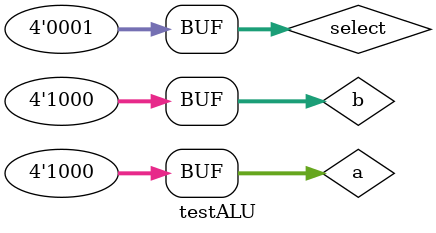
<source format=sv>
module testALU();
	parameter n = 4;
	logic [n-1:0] a, b;
	logic [n-1:0] select;
	logic [n-1:0] out;
	logic cout;
	logic negFlag;
	logic zeroFlag;
	
	ALU ALU(.a(a), .b(b), .select(select), .outMux(out), .Cout(cout), .NegFlag(negFlag), .zeroFlag(zeroFlag));
							
	initial begin
	
		//Prueba 1 de autochequeo de los 10 modulos con las entradas a y b
		a = 'b0000;
		b = 'b0001;
		
		select = 'b0000; //Suma
		#10;
		if(out !== 'b0001) $display("Suma 1 erronea.");
		
		select = 'b0010; //Resta
		#10;
		if(out !== 'b0001) $display("Resta 1 erronea.");
		
		select = 'b0011; //Multiplicacion
		#10;
		if(out !== 'b0000) $display("Multiplicacion 1 erronea.");
		
		select = 'b0100; //Division
		#10;
		if(out !== 'b0000) $display("Division 1 erronea.");
		
		select = 'b0101; //Modulo
		#10;
		if(out !== 'b0000) $display("Modulo 1 erroneo.");
		
		select = 'b0110; //and
		#10;
		if(out !== 'b0000) $display("and 1 erronea.");
		
		select = 'b0111; //or
		#10;
		if(out !== 'b0001) $display("or 1 erronea.");
		
		select = 'b1000; //xor
		#10;
		if(out !== 'b0001) $display("xor 1 erronea.");
		
		select = 'b1001; //shift left
		#10;
		if(out !== 'b0000) $display("shift left 1 erronea.");
		
		select = 'b1010; //shift right
		#10;
		if(out !== 'b0000) $display("shift right 1 erronea.");
		
		/////Fin prueba 1
		
		
		
		//Prueba 2 de autochequeo de los 10 modulos con las entradas a y b
		a = 'b0010;
		b = 'b0001;
		
		select = 'b0000; //Suma
		#10;
		if(out !== 'b0011) $display("Suma 2 erronea.");
		
		select = 'b0010; //Resta
		#10;
		if(out !== 'b0001) $display("Resta 2 erronea.");
		
		select = 'b0011; //Multiplicacion
		#10;
		if(out !== 'b0010) $display("Multiplicacion 2 erronea.");
		
		select = 'b0100; //Division
		#10;
		if(out !== 'b0010) $display("Division 2 erronea.");
		
		select = 'b0101; //Modulo
		#10;
		if(out !== 'b0000) $display("Modulo 2 erroneo.");
		
		select = 'b0110; //and
		#10;
		if(out !== 'b0000) $display("and 2 erronea.");
		
		select = 'b0111; //or
		#10;
		if(out !== 'b0011) $display("or 2 erronea.");
		
		select = 'b1000; //xor
		#10;
		if(out !== 'b0011) $display("xor 2 erronea.");
		
		select = 'b1001; //shift left
		#10;
		if(out !== 'b0100) $display("shift 2 left erronea.");
		
		select = 'b1010; //shift right
		#10;
		if(out !== 'b0001) $display("shift 2 right erronea.");
		
		/////Fin prueba 2
		
		//Prueba 3 de autochequeo de los 10 modulos con las entradas a y b
		a = 'b0010; //2 decimal
		b = 'b0100; //4 decimal
		
		select = 'b0000; //Suma
		#10;
		if(out !== 'b0110) $display("Suma 3 erronea.");
		
		select = 'b0010; //Resta
		#10;
		if(out !== 'b0010) $display("Resta 3 erronea.");
		
		select = 'b0011; //Multiplicacion
		#10;
		if(out !== 'b1000) $display("Multiplicacion 3 erronea.");
		
		select = 'b0100; //Division
		#10;
		if(out !== 'b0000) $display("Division 3 erronea.");
		
		select = 'b0101; //Modulo
		#10;
		if(out !== 'b0010) $display("Modulo 3 erroneo.");
		
		select = 'b0110; //and
		#10;
		if(out !== 'b0000) $display("and 3 erronea.");
		
		select = 'b0111; //or
		#10;
		if(out !== 'b0110) $display("or 3 erronea.");
		
		select = 'b1000; //xor
		#10;
		if(out !== 'b0110) $display("xor 3 erronea.");
		
		select = 'b1001; //shift left
		#10;
		if(out !== 'b0100) $display("shift left 3 erronea.");
		
		select = 'b1010; //shift right
		#10;
		if(out !== 'b0001) $display("shift right 3 erronea.");
		
		/////Fin prueba 3
		
		//Prueba 4 de autochequeo de los 10 modulos con las entradas a y b
		a = 'b1001; //9 dec 
		b = 'b0101; //5 dec
		
		select = 'b0000; //Suma
		#10;
		if(out !== 'b1110) $display("Suma 4 erronea.");
		
		select = 'b0010; //Resta
		#10;
		if(out !== 'b0100) $display("Resta 4 erronea.");
		
		select = 'b0011; //Multiplicacion
		#10;
		if(out !== 'b1101) $display("Multiplicacion 4 erronea.");
		
		select = 'b0100; //Division
		#10;
		if(out !== 'b0001) $display("Division 4 erronea.");
		
		select = 'b0101; //Modulo
		#10;
		if(out !== 'b0100) $display("Modulo 4 erroneo.");
		
		select = 'b0110; //and
		#10;
		if(out !== 'b0001) $display("and 4 erronea.");
		
		select = 'b0111; //or
		#10;
		if(out !== 'b1101) $display("or 4 erronea.");
		
		select = 'b1000; //xor
		#10;
		if(out !== 'b1100) $display("xor 4 erronea.");
		
		select = 'b1001; //shift left
		#10;
		if(out !== 'b0010) $display("shift left 4 erronea.");
		
		select = 'b1010; //shift right
		#10;
		if(out !== 'b0100) $display("shift right 4 erronea.");
		
		/////Fin prueba 4
		
		
		//Prueba bandera de cero
		a = 'b0000; //9 dec 
		b = 'b0000; //5 dec
		
		select = 'b0000; //Suma
		#10;
		if(out !== 'b0000) $display("Suma 5 erronea.");
		select = 'b0010; //Resta
		#10;
		if(out !== 'b0000) $display("Resta 5 erronea.");
		
		/////
		
		//Prueba bandera de carry
		a = 'b1100; //9 dec 
		b = 'b1100; //5 dec
		
		select = 'b0000; //Suma
		#10;
		if(out !== 'b1000) $display("Suma 6 erronea.");
		select = 'b0010; //Resta
		#10;
		if(out !== 'b0000) $display("Resta 6 erronea.");
		
		/////
		
	
		// Prueba del restador.
		select  = 4'd1;
		
		a = 4'd10; b = 4'd7;  #10;
		a = 4'd4;  b = 4'd9;  #10;
		a = 4'd15; b = 4'd2;  #10;
		a = 4'd2;  b = 4'd15; #10;
		a = 4'd8;  b = 4'd8;  #10;
		
		
		
	end
	
endmodule 
</source>
